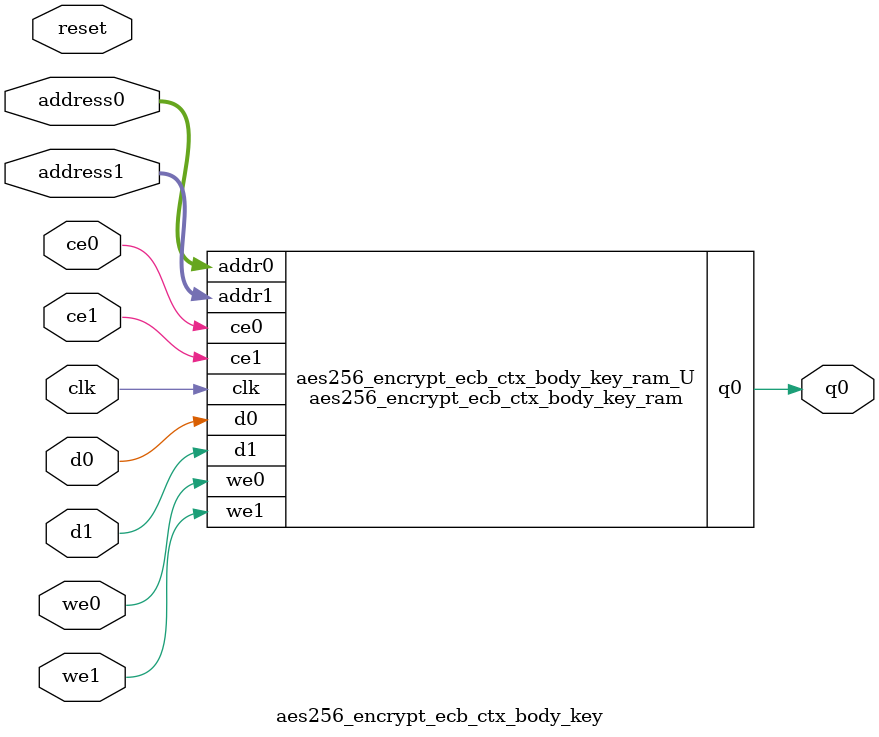
<source format=v>
`timescale 1 ns / 1 ps
module aes256_encrypt_ecb_ctx_body_key_ram (addr0, ce0, d0, we0, q0, addr1, ce1, d1, we1,  clk);

parameter DWIDTH = 1;
parameter AWIDTH = 5;
parameter MEM_SIZE = 32;

input[AWIDTH-1:0] addr0;
input ce0;
input[DWIDTH-1:0] d0;
input we0;
output reg[DWIDTH-1:0] q0;
input[AWIDTH-1:0] addr1;
input ce1;
input[DWIDTH-1:0] d1;
input we1;
input clk;

(* ram_style = "block" *)reg [DWIDTH-1:0] ram[0:MEM_SIZE-1];



//edit
always @(posedge clk)  
begin 
    if (ce1) 
    begin
        if (we1) 
        begin 
            ram[addr1] = d1; 
        end 
    end
    if (ce0) 
    begin
        if (we0) 
        begin 
            ram[addr0] = d0; 
        end 
        q0 = ram[addr0];
    end
end

//edit
/*always @(posedge clk)  
begin 
    if (ce1) 
    begin
        if (we1) 
        begin 
            ram[addr1] <= d1; 
        end 
    end
end*/

endmodule

`timescale 1 ns / 1 ps
module aes256_encrypt_ecb_ctx_body_key(
    reset,
    clk,
    address0,
    ce0,
    we0,
    d0,
    q0,
    address1,
    ce1,
    we1,
    d1);

parameter DataWidth = 32'd1;
parameter AddressRange = 32'd32;
parameter AddressWidth = 32'd5;
input reset;
input clk;
input[AddressWidth - 1:0] address0;
input ce0;
input we0;
input[DataWidth - 1:0] d0;
output[DataWidth - 1:0] q0;
input[AddressWidth - 1:0] address1;
input ce1;
input we1;
input[DataWidth - 1:0] d1;



aes256_encrypt_ecb_ctx_body_key_ram aes256_encrypt_ecb_ctx_body_key_ram_U(
    .clk( clk ),
    .addr0( address0 ),
    .ce0( ce0 ),
    .we0( we0 ),
    .d0( d0 ),
    .q0( q0 ),
    .addr1( address1 ),
    .ce1( ce1 ),
    .we1( we1 ),
    .d1( d1 ));

endmodule


</source>
